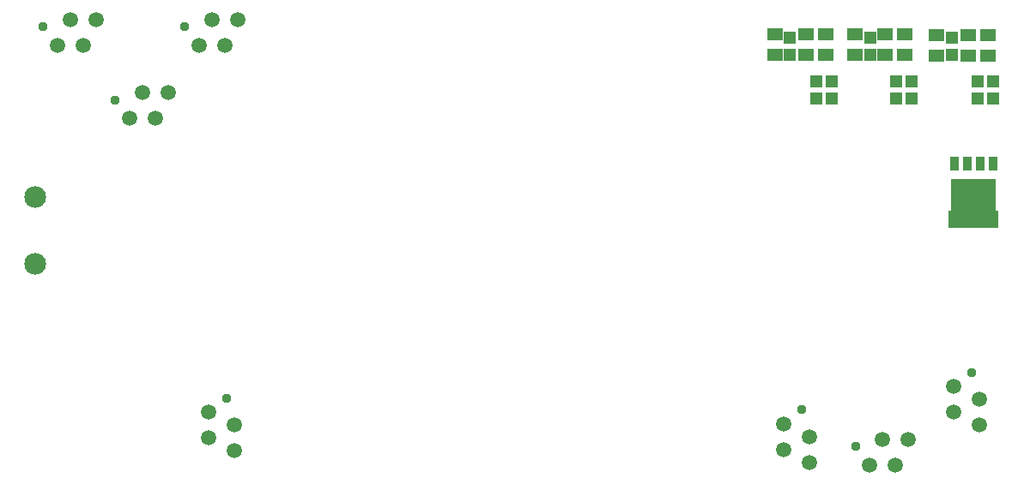
<source format=gbr>
%TF.GenerationSoftware,Altium Limited,Altium Designer,22.9.1 (49)*%
G04 Layer_Color=16711935*
%FSLAX45Y45*%
%MOMM*%
%TF.SameCoordinates,925A93EA-3B44-44BF-AA41-ED200E7300F1*%
%TF.FilePolarity,Negative*%
%TF.FileFunction,Soldermask,Bot*%
%TF.Part,Single*%
G01*
G75*
%TA.AperFunction,SMDPad,CuDef*%
%ADD60R,4.40320X3.30320*%
%ADD61R,4.90320X1.70320*%
%ADD62R,0.90320X1.35320*%
%ADD63R,1.60320X1.20320*%
%ADD64R,1.30320X1.20320*%
%TA.AperFunction,ComponentPad*%
%ADD65C,0.95320*%
%ADD66C,1.50320*%
%ADD67C,2.15320*%
D60*
X9470000Y3486200D02*
D03*
D61*
X9470000Y3256200D02*
D03*
D62*
X9660500Y3803700D02*
D03*
X9533500Y3803700D02*
D03*
X9406500Y3803700D02*
D03*
X9279500Y3803700D02*
D03*
D63*
X7510000Y4880000D02*
D03*
X7510000Y5080000D02*
D03*
X7820000Y5080000D02*
D03*
X7820000Y4880000D02*
D03*
X9100000Y5070000D02*
D03*
X9100000Y4870000D02*
D03*
X9610000Y5070000D02*
D03*
X9610000Y4870000D02*
D03*
X8300000Y5080000D02*
D03*
X8300000Y4880000D02*
D03*
X8600000Y5080000D02*
D03*
X8600000Y4880000D02*
D03*
X8010000Y4880000D02*
D03*
X8010000Y5080000D02*
D03*
X8790000Y4880000D02*
D03*
X8790000Y5080000D02*
D03*
X9420000Y4870000D02*
D03*
X9420000Y5070000D02*
D03*
D64*
X8860000Y4616500D02*
D03*
X8860000Y4446500D02*
D03*
X8707700Y4446500D02*
D03*
X8707700Y4616500D02*
D03*
X7917699Y4446500D02*
D03*
X7917699Y4616500D02*
D03*
X8070000Y4616500D02*
D03*
X8070000Y4446500D02*
D03*
X9660000Y4616500D02*
D03*
X9660000Y4446500D02*
D03*
X9507700Y4446500D02*
D03*
X9507700Y4616500D02*
D03*
X7660000Y4875000D02*
D03*
X7660000Y5045000D02*
D03*
X8450000Y4875000D02*
D03*
X8450000Y5045000D02*
D03*
X9260000Y4875000D02*
D03*
X9260000Y5045000D02*
D03*
D65*
X1003000Y4430700D02*
D03*
X291800Y5154600D02*
D03*
X1688800Y5154600D02*
D03*
X9451000Y1740200D02*
D03*
X7774600Y1371900D02*
D03*
X8305500Y1005500D02*
D03*
X2102900Y1484600D02*
D03*
D66*
X1524000Y4504700D02*
D03*
X1397000Y4250700D02*
D03*
X1270000Y4504700D02*
D03*
X1143000Y4250700D02*
D03*
X812800Y5228600D02*
D03*
X685800Y4974600D02*
D03*
X558800Y5228600D02*
D03*
X431800Y4974600D02*
D03*
X2209800Y5228600D02*
D03*
X2082800Y4974600D02*
D03*
X1955800Y5228600D02*
D03*
X1828800Y4974600D02*
D03*
X9525000Y1219200D02*
D03*
X9271000Y1346200D02*
D03*
X9525000Y1473200D02*
D03*
X9271000Y1600200D02*
D03*
X7848600Y850900D02*
D03*
X7594600Y977900D02*
D03*
X7848600Y1104900D02*
D03*
X7594600Y1231900D02*
D03*
X8826500Y1079500D02*
D03*
X8699500Y825500D02*
D03*
X8572500Y1079500D02*
D03*
X8445500Y825500D02*
D03*
X2176900Y963600D02*
D03*
X1922900Y1090600D02*
D03*
X2176900Y1217600D02*
D03*
X1922900Y1344600D02*
D03*
D67*
X215100Y2811000D02*
D03*
X215100Y3471000D02*
D03*
%TF.MD5,df9d3a5927a18cb2f78e925b382f908a*%
M02*

</source>
